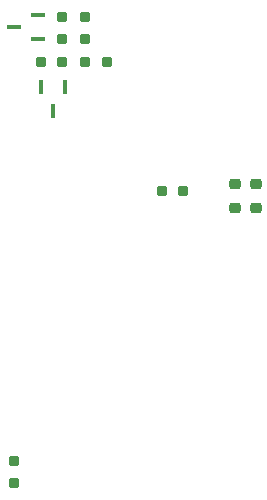
<source format=gbr>
%TF.GenerationSoftware,KiCad,Pcbnew,7.0.10*%
%TF.CreationDate,2024-03-23T12:12:33+07:00*%
%TF.ProjectId,BTL_ESD,42544c5f-4553-4442-9e6b-696361645f70,rev?*%
%TF.SameCoordinates,Original*%
%TF.FileFunction,Paste,Bot*%
%TF.FilePolarity,Positive*%
%FSLAX46Y46*%
G04 Gerber Fmt 4.6, Leading zero omitted, Abs format (unit mm)*
G04 Created by KiCad (PCBNEW 7.0.10) date 2024-03-23 12:12:33*
%MOMM*%
%LPD*%
G01*
G04 APERTURE LIST*
G04 Aperture macros list*
%AMRoundRect*
0 Rectangle with rounded corners*
0 $1 Rounding radius*
0 $2 $3 $4 $5 $6 $7 $8 $9 X,Y pos of 4 corners*
0 Add a 4 corners polygon primitive as box body*
4,1,4,$2,$3,$4,$5,$6,$7,$8,$9,$2,$3,0*
0 Add four circle primitives for the rounded corners*
1,1,$1+$1,$2,$3*
1,1,$1+$1,$4,$5*
1,1,$1+$1,$6,$7*
1,1,$1+$1,$8,$9*
0 Add four rect primitives between the rounded corners*
20,1,$1+$1,$2,$3,$4,$5,0*
20,1,$1+$1,$4,$5,$6,$7,0*
20,1,$1+$1,$6,$7,$8,$9,0*
20,1,$1+$1,$8,$9,$2,$3,0*%
G04 Aperture macros list end*
%ADD10R,1.219200X0.457200*%
%ADD11RoundRect,0.212100X0.274600X0.212100X-0.274600X0.212100X-0.274600X-0.212100X0.274600X-0.212100X0*%
%ADD12RoundRect,0.212100X0.212100X-0.224600X0.212100X0.224600X-0.212100X0.224600X-0.212100X-0.224600X0*%
%ADD13RoundRect,0.212100X-0.212100X0.224600X-0.212100X-0.224600X0.212100X-0.224600X0.212100X0.224600X0*%
%ADD14R,0.457200X1.219200*%
%ADD15RoundRect,0.212100X0.224600X0.212100X-0.224600X0.212100X-0.224600X-0.212100X0.224600X-0.212100X0*%
%ADD16RoundRect,0.212100X-0.224600X-0.212100X0.224600X-0.212100X0.224600X0.212100X-0.224600X0.212100X0*%
G04 APERTURE END LIST*
D10*
%TO.C,Q2*%
X127736600Y-52828200D03*
X127736600Y-54860200D03*
X125704600Y-53844200D03*
%TD*%
D11*
%TO.C,C19*%
X146192400Y-69189600D03*
X144467400Y-69189600D03*
%TD*%
D12*
%TO.C,R17*%
X125755400Y-92479500D03*
X125755400Y-90654500D03*
%TD*%
D13*
%TO.C,R30*%
X131775200Y-53035200D03*
X131775200Y-54860200D03*
%TD*%
%TO.C,R31*%
X129819400Y-53035200D03*
X129819400Y-54860200D03*
%TD*%
D14*
%TO.C,Q3*%
X127994400Y-58953400D03*
X130026400Y-58953400D03*
X129010400Y-60985400D03*
%TD*%
D15*
%TO.C,R33*%
X129819400Y-56845200D03*
X127994400Y-56845200D03*
%TD*%
D11*
%TO.C,C23*%
X146192400Y-67208400D03*
X144467400Y-67208400D03*
%TD*%
D16*
%TO.C,R32*%
X131775200Y-56845200D03*
X133600200Y-56845200D03*
%TD*%
D15*
%TO.C,R15*%
X140053700Y-67741800D03*
X138228700Y-67741800D03*
%TD*%
M02*

</source>
